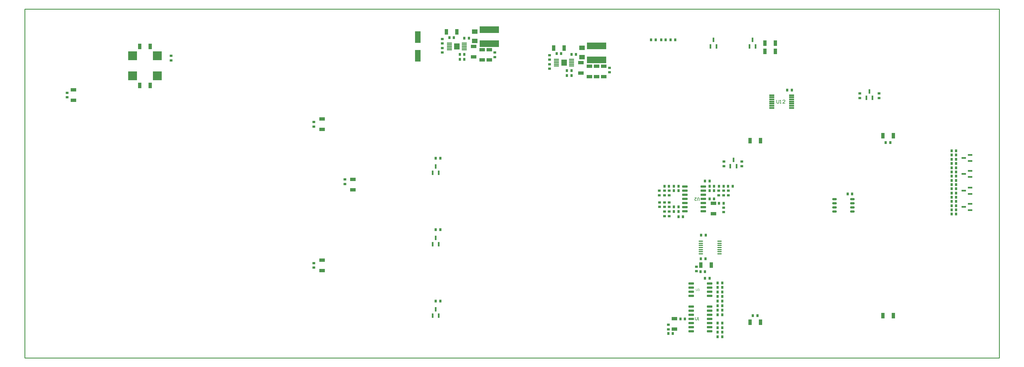
<source format=gtp>
G04 Layer_Color=10723209*
%FSLAX43Y43*%
%MOMM*%
G71*
G01*
G75*
%ADD10R,2.700X2.700*%
%ADD11O,1.400X0.350*%
%ADD12R,6.000X2.000*%
%ADD13R,0.600X1.350*%
%ADD14O,1.450X0.650*%
%ADD15R,1.800X1.340*%
%ADD16R,0.800X0.900*%
G04:AMPARAMS|DCode=17|XSize=0.45mm|YSize=1.6mm|CornerRadius=0.05mm|HoleSize=0mm|Usage=FLASHONLY|Rotation=90.000|XOffset=0mm|YOffset=0mm|HoleType=Round|Shape=RoundedRectangle|*
%AMROUNDEDRECTD17*
21,1,0.450,1.501,0,0,90.0*
21,1,0.351,1.600,0,0,90.0*
1,1,0.099,0.750,0.175*
1,1,0.099,0.750,-0.175*
1,1,0.099,-0.750,-0.175*
1,1,0.099,-0.750,0.175*
%
%ADD17ROUNDEDRECTD17*%
%ADD18R,1.800X3.550*%
G04:AMPARAMS|DCode=20|XSize=0.65mm|YSize=1.65mm|CornerRadius=0.049mm|HoleSize=0mm|Usage=FLASHONLY|Rotation=270.000|XOffset=0mm|YOffset=0mm|HoleType=Round|Shape=RoundedRectangle|*
%AMROUNDEDRECTD20*
21,1,0.650,1.552,0,0,270.0*
21,1,0.552,1.650,0,0,270.0*
1,1,0.098,-0.776,-0.276*
1,1,0.098,-0.776,0.276*
1,1,0.098,0.776,0.276*
1,1,0.098,0.776,-0.276*
%
%ADD20ROUNDEDRECTD20*%
%ADD21R,1.700X1.000*%
%ADD22R,1.000X1.700*%
G04:AMPARAMS|DCode=23|XSize=0.3mm|YSize=1.55mm|CornerRadius=0.05mm|HoleSize=0mm|Usage=FLASHONLY|Rotation=90.000|XOffset=0mm|YOffset=0mm|HoleType=Round|Shape=RoundedRectangle|*
%AMROUNDEDRECTD23*
21,1,0.300,1.451,0,0,90.0*
21,1,0.201,1.550,0,0,90.0*
1,1,0.099,0.726,0.101*
1,1,0.099,0.726,-0.101*
1,1,0.099,-0.726,-0.101*
1,1,0.099,-0.726,0.101*
%
%ADD23ROUNDEDRECTD23*%
G04:AMPARAMS|DCode=24|XSize=1.73mm|YSize=1.9mm|CornerRadius=0.052mm|HoleSize=0mm|Usage=FLASHONLY|Rotation=0.000|XOffset=0mm|YOffset=0mm|HoleType=Round|Shape=RoundedRectangle|*
%AMROUNDEDRECTD24*
21,1,1.730,1.796,0,0,0.0*
21,1,1.626,1.900,0,0,0.0*
1,1,0.104,0.813,-0.898*
1,1,0.104,-0.813,-0.898*
1,1,0.104,-0.813,0.898*
1,1,0.104,0.813,0.898*
%
%ADD24ROUNDEDRECTD24*%
%ADD25R,0.900X0.800*%
%ADD26R,1.350X0.600*%
%ADD29C,0.150*%
%ADD34C,0.254*%
%ADD35C,0.178*%
%ADD36C,0.100*%
D10*
X33190Y86890D02*
D03*
X40810D02*
D03*
Y93110D02*
D03*
X33190D02*
D03*
D11*
X208125Y35950D02*
D03*
Y35300D02*
D03*
Y34650D02*
D03*
Y34000D02*
D03*
Y33350D02*
D03*
Y32700D02*
D03*
Y32050D02*
D03*
X213875Y35950D02*
D03*
Y35300D02*
D03*
Y34650D02*
D03*
Y34000D02*
D03*
Y33350D02*
D03*
Y32700D02*
D03*
Y32050D02*
D03*
D12*
X143000Y96850D02*
D03*
Y101150D02*
D03*
X176000Y91850D02*
D03*
Y96150D02*
D03*
D13*
X125550Y57025D02*
D03*
X127450D02*
D03*
X126500Y58975D02*
D03*
X259050Y80125D02*
D03*
X260950D02*
D03*
X260000Y82075D02*
D03*
X211050Y96025D02*
D03*
X212950D02*
D03*
X212000Y97975D02*
D03*
X223050Y96025D02*
D03*
X224950D02*
D03*
X224000Y97975D02*
D03*
X217180Y59095D02*
D03*
X219080D02*
D03*
X218130Y61045D02*
D03*
X125550Y13025D02*
D03*
X127450D02*
D03*
X126500Y14975D02*
D03*
X125550Y35025D02*
D03*
X127450D02*
D03*
X126500Y36975D02*
D03*
D14*
X254725Y45095D02*
D03*
Y46365D02*
D03*
Y47635D02*
D03*
Y48905D02*
D03*
X249275Y45095D02*
D03*
Y46365D02*
D03*
Y47635D02*
D03*
Y48905D02*
D03*
D15*
X138500Y100530D02*
D03*
Y97670D02*
D03*
X171500Y95530D02*
D03*
Y92670D02*
D03*
D16*
X209400Y54500D02*
D03*
X210800D02*
D03*
X215100Y47600D02*
D03*
X213700D02*
D03*
X210800Y24500D02*
D03*
X209400D02*
D03*
X285300Y44300D02*
D03*
X286700D02*
D03*
X285300Y48200D02*
D03*
X286700D02*
D03*
X285300Y49500D02*
D03*
X286700D02*
D03*
X285300Y53400D02*
D03*
X286700D02*
D03*
X285300Y54700D02*
D03*
X286700D02*
D03*
X285300Y58600D02*
D03*
X286700D02*
D03*
X285300Y59900D02*
D03*
X286700D02*
D03*
X285300Y63800D02*
D03*
X286700D02*
D03*
Y62500D02*
D03*
X285300D02*
D03*
X286700Y61200D02*
D03*
X285300D02*
D03*
X286700Y57300D02*
D03*
X285300D02*
D03*
X286700Y56000D02*
D03*
X285300D02*
D03*
X214700Y16100D02*
D03*
X213300D02*
D03*
Y13300D02*
D03*
X214700D02*
D03*
X214700Y21700D02*
D03*
X213300D02*
D03*
Y18900D02*
D03*
X214700D02*
D03*
X214700Y7900D02*
D03*
X213300D02*
D03*
Y10700D02*
D03*
X214700D02*
D03*
X203200Y12000D02*
D03*
X201800D02*
D03*
X208200Y37800D02*
D03*
X209600D02*
D03*
X196900Y52900D02*
D03*
X198300D02*
D03*
X215100D02*
D03*
X213700D02*
D03*
X208000Y26600D02*
D03*
X209400D02*
D03*
X208100Y30500D02*
D03*
X209500D02*
D03*
X210800Y49000D02*
D03*
X212200D02*
D03*
X225530Y12970D02*
D03*
X224130D02*
D03*
X265030Y66370D02*
D03*
X266430D02*
D03*
X254700Y50500D02*
D03*
X253300D02*
D03*
X168300Y93500D02*
D03*
X169700D02*
D03*
X163700Y93800D02*
D03*
X165100D02*
D03*
X135300Y98500D02*
D03*
X136700D02*
D03*
X132100Y98700D02*
D03*
X130700D02*
D03*
X192800Y98000D02*
D03*
X194200D02*
D03*
X236100Y82500D02*
D03*
X234700D02*
D03*
X198100Y7500D02*
D03*
X199500D02*
D03*
X214700Y17500D02*
D03*
X213300D02*
D03*
Y14700D02*
D03*
X214700D02*
D03*
X214700Y23100D02*
D03*
X213300D02*
D03*
Y20300D02*
D03*
X214700D02*
D03*
X214700Y6500D02*
D03*
X213300D02*
D03*
X213300Y9300D02*
D03*
X214700D02*
D03*
X199800Y45100D02*
D03*
X201200D02*
D03*
Y46500D02*
D03*
X199800D02*
D03*
X126500Y17500D02*
D03*
X127900D02*
D03*
X199800Y52900D02*
D03*
X201200D02*
D03*
Y51500D02*
D03*
X199800D02*
D03*
X126500Y39500D02*
D03*
X127900D02*
D03*
X216500Y52900D02*
D03*
X217900D02*
D03*
X212200D02*
D03*
X210800D02*
D03*
Y51500D02*
D03*
X212200D02*
D03*
X126500Y61500D02*
D03*
X127900D02*
D03*
X166900Y87000D02*
D03*
X168300D02*
D03*
Y88500D02*
D03*
X166900D02*
D03*
X133900Y92000D02*
D03*
X135300D02*
D03*
Y93500D02*
D03*
X133900D02*
D03*
X285300Y45600D02*
D03*
X286700D02*
D03*
X285300Y46900D02*
D03*
X286700D02*
D03*
X285300Y50800D02*
D03*
X286700D02*
D03*
X285300Y52100D02*
D03*
X286700D02*
D03*
X195900Y98000D02*
D03*
X197300D02*
D03*
X200200D02*
D03*
X198800D02*
D03*
X202600Y43500D02*
D03*
X201200D02*
D03*
D17*
X236050Y77050D02*
D03*
Y77700D02*
D03*
Y78350D02*
D03*
Y79000D02*
D03*
Y79650D02*
D03*
Y80300D02*
D03*
Y80950D02*
D03*
X229950Y77050D02*
D03*
Y77700D02*
D03*
Y78350D02*
D03*
Y79000D02*
D03*
Y79650D02*
D03*
Y80300D02*
D03*
Y80950D02*
D03*
D18*
X121000Y93125D02*
D03*
Y98875D02*
D03*
D20*
X203175Y52810D02*
D03*
Y51540D02*
D03*
Y50270D02*
D03*
Y49000D02*
D03*
Y47730D02*
D03*
Y46460D02*
D03*
Y45190D02*
D03*
X208825Y52810D02*
D03*
Y51540D02*
D03*
Y50270D02*
D03*
Y49000D02*
D03*
Y47730D02*
D03*
Y46460D02*
D03*
Y45190D02*
D03*
X210825Y19095D02*
D03*
Y20365D02*
D03*
Y21635D02*
D03*
Y22905D02*
D03*
X205175Y19095D02*
D03*
Y20365D02*
D03*
Y21635D02*
D03*
Y22905D02*
D03*
X210825Y8190D02*
D03*
Y9460D02*
D03*
Y10730D02*
D03*
Y12000D02*
D03*
Y13270D02*
D03*
Y14540D02*
D03*
Y15810D02*
D03*
X205175Y8190D02*
D03*
Y9460D02*
D03*
Y10730D02*
D03*
Y12000D02*
D03*
Y13270D02*
D03*
Y14540D02*
D03*
Y15810D02*
D03*
D21*
X143000Y91800D02*
D03*
Y95000D02*
D03*
X200000Y12100D02*
D03*
Y8900D02*
D03*
X91500Y30100D02*
D03*
Y26900D02*
D03*
X101000Y51800D02*
D03*
Y55000D02*
D03*
X91500Y73600D02*
D03*
Y70400D02*
D03*
X212000Y44400D02*
D03*
Y47600D02*
D03*
X15000Y79400D02*
D03*
Y82600D02*
D03*
X173800Y86700D02*
D03*
Y89900D02*
D03*
X176000Y86700D02*
D03*
Y89900D02*
D03*
X178200Y86700D02*
D03*
Y89900D02*
D03*
X140800Y91800D02*
D03*
Y95000D02*
D03*
X171200Y87800D02*
D03*
Y91000D02*
D03*
X138200Y92800D02*
D03*
Y96000D02*
D03*
D22*
X227800Y97000D02*
D03*
X231000D02*
D03*
X211300Y28600D02*
D03*
X208100D02*
D03*
X223230Y10970D02*
D03*
X226430D02*
D03*
X267330Y68470D02*
D03*
X264130D02*
D03*
Y12970D02*
D03*
X267330D02*
D03*
X226430Y66970D02*
D03*
X223230D02*
D03*
X166000Y95500D02*
D03*
X162800D02*
D03*
X133000Y100500D02*
D03*
X129800D02*
D03*
X35400Y96000D02*
D03*
X38600D02*
D03*
X35400Y84000D02*
D03*
X38600D02*
D03*
X227800Y94500D02*
D03*
X231000D02*
D03*
D23*
X135325Y95000D02*
D03*
Y95500D02*
D03*
Y96000D02*
D03*
Y96500D02*
D03*
X130675Y95000D02*
D03*
Y95500D02*
D03*
Y96000D02*
D03*
Y96500D02*
D03*
Y97000D02*
D03*
X135325D02*
D03*
X168325Y90000D02*
D03*
Y90500D02*
D03*
Y91000D02*
D03*
Y91500D02*
D03*
X163675Y90000D02*
D03*
Y90500D02*
D03*
Y91000D02*
D03*
Y91500D02*
D03*
Y92000D02*
D03*
X168325D02*
D03*
D24*
X133000Y96000D02*
D03*
X166000Y91000D02*
D03*
D25*
X198100Y8800D02*
D03*
Y10200D02*
D03*
X198400Y45100D02*
D03*
Y43700D02*
D03*
Y47900D02*
D03*
Y46500D02*
D03*
X89000Y27800D02*
D03*
Y29200D02*
D03*
X198400Y50100D02*
D03*
Y51500D02*
D03*
X98500Y55000D02*
D03*
Y53600D02*
D03*
X213600Y50100D02*
D03*
Y51500D02*
D03*
X89000Y71300D02*
D03*
Y72700D02*
D03*
X215100Y46300D02*
D03*
Y44900D02*
D03*
X215230Y59070D02*
D03*
Y60470D02*
D03*
X220730Y59070D02*
D03*
Y60470D02*
D03*
X13000Y81700D02*
D03*
Y80300D02*
D03*
X45000Y93100D02*
D03*
Y91700D02*
D03*
X180000Y89400D02*
D03*
Y88000D02*
D03*
X161500Y90500D02*
D03*
Y89100D02*
D03*
X144700Y92700D02*
D03*
Y94100D02*
D03*
X128500Y94100D02*
D03*
Y95500D02*
D03*
X206700Y26700D02*
D03*
Y28100D02*
D03*
X196900Y45100D02*
D03*
Y43700D02*
D03*
Y47900D02*
D03*
Y46500D02*
D03*
X195300Y51500D02*
D03*
Y50100D02*
D03*
X196900D02*
D03*
Y51500D02*
D03*
X215100Y50100D02*
D03*
Y51500D02*
D03*
X161500Y91900D02*
D03*
Y93300D02*
D03*
X128500Y96900D02*
D03*
Y98300D02*
D03*
X263000Y80100D02*
D03*
Y81500D02*
D03*
X257000Y80100D02*
D03*
Y81500D02*
D03*
X195400Y46500D02*
D03*
Y47900D02*
D03*
X216600Y51500D02*
D03*
Y50100D02*
D03*
D26*
X290975Y45550D02*
D03*
Y47450D02*
D03*
X289025Y46500D02*
D03*
X290975Y50550D02*
D03*
Y52450D02*
D03*
X289025Y51500D02*
D03*
X290975Y55750D02*
D03*
Y57650D02*
D03*
X289025Y56700D02*
D03*
X290975Y60650D02*
D03*
Y62550D02*
D03*
X289025Y61600D02*
D03*
D29*
X207575Y48525D02*
Y49192D01*
X207442Y49325D01*
X207175D01*
X207042Y49192D01*
Y48525D01*
X206242Y49325D02*
X206775D01*
X206242Y48792D01*
Y48659D01*
X206375Y48525D01*
X206642D01*
X206775Y48659D01*
X206425Y12475D02*
Y11808D01*
X206558Y11675D01*
X206825D01*
X206958Y11808D01*
Y12475D01*
X207225Y11675D02*
X207491D01*
X207358D01*
Y12475D01*
X207225Y12341D01*
D34*
X0Y0D02*
Y107500D01*
X300000D01*
Y0D02*
Y107500D01*
X0Y0D02*
X300000D01*
D35*
X231476Y79508D02*
Y78661D01*
X231645Y78492D01*
X231984D01*
X232153Y78661D01*
Y79508D01*
X232492Y78492D02*
X232830D01*
X232661D01*
Y79508D01*
X232492Y79338D01*
X234015Y78492D02*
X233338D01*
X234015Y79169D01*
Y79338D01*
X233846Y79508D01*
X233507D01*
X233338Y79338D01*
D36*
X206603Y21346D02*
Y20846D01*
X206703Y20746D01*
X206903D01*
X207003Y20846D01*
Y21346D01*
X207203Y21246D02*
X207303Y21346D01*
X207503D01*
X207603Y21246D01*
Y21146D01*
X207503Y21046D01*
X207403D01*
X207503D01*
X207603Y20946D01*
Y20846D01*
X207503Y20746D01*
X207303D01*
X207203Y20846D01*
M02*

</source>
